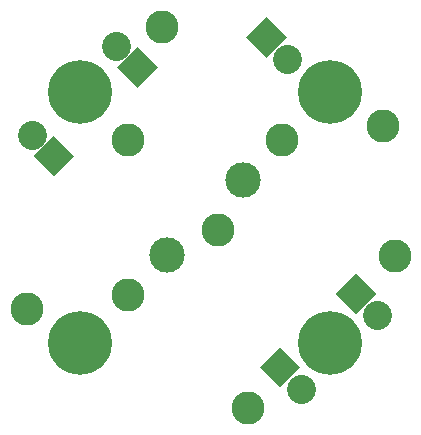
<source format=gts>
%TF.GenerationSoftware,KiCad,Pcbnew,4.1.0-alpha+201609021633+7109~49~ubuntu16.04.1-product*%
%TF.CreationDate,2016-09-14T14:39:46+05:30*%
%TF.ProjectId,OTS2_encC,4F5453325F656E63432E6B696361645F,rev?*%
%TF.FileFunction,Soldermask,Top*%
%FSLAX46Y46*%
G04 Gerber Fmt 4.6, Leading zero omitted, Abs format (unit mm)*
G04 Created by KiCad (PCBNEW 4.1.0-alpha+201609021633+7109~49~ubuntu16.04.1-product) date Wed Sep 14 14:39:46 2016*
%MOMM*%
%LPD*%
G01*
G04 APERTURE LIST*
%ADD10C,0.101600*%
%ADD11C,2.432000*%
%ADD12C,2.800000*%
%ADD13C,5.400000*%
%ADD14C,3.000000*%
G04 APERTURE END LIST*
D10*
G36*
X79266040Y-121361378D02*
X80985724Y-123081062D01*
X79266040Y-124800746D01*
X77546356Y-123081062D01*
X79266040Y-121361378D01*
X79266040Y-121361378D01*
G37*
D11*
X77469989Y-121285011D02*
X77469989Y-121285011D01*
D12*
X93185158Y-129380158D03*
D13*
X81468398Y-117663398D03*
D12*
X85527191Y-134817809D03*
D13*
X102681602Y-138876602D03*
D12*
X98622809Y-121722191D03*
D13*
X81468398Y-138876602D03*
X102681602Y-117663398D03*
D14*
X88893019Y-131451981D03*
X95256981Y-125088019D03*
D12*
X76971199Y-136019890D03*
X85527191Y-121722191D03*
X88468755Y-112119681D03*
X95681245Y-144420319D03*
X108154608Y-131522691D03*
X107178801Y-120520110D03*
D10*
G36*
X98425000Y-142689684D02*
X96705316Y-140970000D01*
X98425000Y-139250316D01*
X100144684Y-140970000D01*
X98425000Y-142689684D01*
X98425000Y-142689684D01*
G37*
D11*
X100221051Y-142766051D02*
X100221051Y-142766051D01*
D10*
G36*
X86360000Y-113850316D02*
X88079684Y-115570000D01*
X86360000Y-117289684D01*
X84640316Y-115570000D01*
X86360000Y-113850316D01*
X86360000Y-113850316D01*
G37*
D11*
X84563949Y-113773949D02*
X84563949Y-113773949D01*
D10*
G36*
X104883949Y-136448633D02*
X103164265Y-134728949D01*
X104883949Y-133009265D01*
X106603633Y-134728949D01*
X104883949Y-136448633D01*
X104883949Y-136448633D01*
G37*
D11*
X106680000Y-136525000D02*
X106680000Y-136525000D01*
D10*
G36*
X97263949Y-114749684D02*
X95544265Y-113030000D01*
X97263949Y-111310316D01*
X98983633Y-113030000D01*
X97263949Y-114749684D01*
X97263949Y-114749684D01*
G37*
D11*
X99060000Y-114826051D02*
X99060000Y-114826051D01*
M02*

</source>
